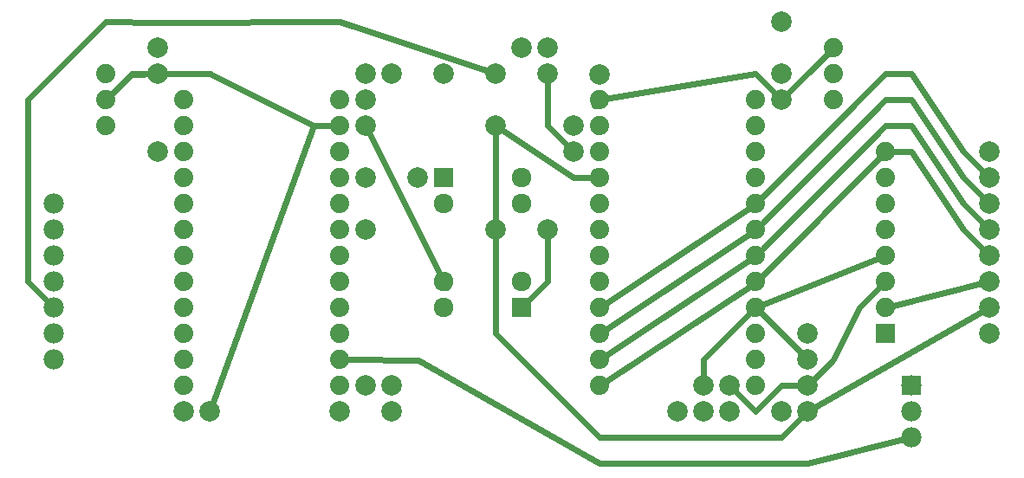
<source format=gbr>
G04*
G04 GERBER (RE)GENERATED BY FLATCAM v8.994 - www.flatcam.org - Version Date: 2020/11/7*
G04 Filename: PCB_PCB1_854475050_copperBottom.gbl_edit_3.GBR_1*
G04 Created on : Tuesday, 23 March 2021 at 19:21*
G04*
G04 RS-274X GERBER GENERATED BY FLATCAM v8.994 - www.flatcam.org - Version Date: 2020/11/7*
G04 Filename: PCB_PCB1_854475050_copperBottom.gbl_edit_3.GBR_1*
G04 Created on : Tuesday, 23 March 2021 at 19:20*
%FSLAX24Y24*%
%MOIN*%
%ADD10C,0.073999704000296*%
%ADD11C,0.077999688000312*%
%ADD12C,0.07566669733230266*%
%ADD13C,0.07569469722030278*%
%ADD14C,0.03936984252015748*%
%ADD15R,0.077999688000312X0.077999688000312*%
%ADD16R,0.07566669733230266X0.07566669733230266*%
%ADD17R,0.073999704000296X0.073999704000296*%
%ADD18C,0.023999904000096*%
%ADD22C,0.07873984252*%
%ADD25C,0.07873984252*%

G70*
G90*
G01*
%LPD*%
D10*
X22610Y15210D03*
X22610Y14210D03*
X22610Y13210D03*
X22610Y12210D03*
X22610Y11210D03*
X22610Y10210D03*
X22610Y09210D03*
X22610Y08210D03*
X22610Y07210D03*
X22610Y06210D03*
X22610Y05210D03*
X22610Y04210D03*
X28610Y04210D03*
X28610Y05210D03*
X28610Y06210D03*
X28610Y07210D03*
X28610Y08210D03*
X28610Y09210D03*
X28610Y10210D03*
X28610Y11210D03*
X28610Y12210D03*
X28610Y13210D03*
X28610Y14210D03*
X28610Y15210D03*
X22610Y15210D03*
X22610Y14210D03*
X22610Y13210D03*
X22610Y12210D03*
X22610Y11210D03*
X22610Y10210D03*
X22610Y09210D03*
X22610Y08210D03*
X22610Y07210D03*
X22610Y06210D03*
X22610Y05210D03*
X22610Y04210D03*
X28610Y04210D03*
X28610Y05210D03*
X28610Y06210D03*
X28610Y07210D03*
X28610Y08210D03*
X28610Y09210D03*
X28610Y10210D03*
X28610Y11210D03*
X28610Y12210D03*
X28610Y13210D03*
X28610Y14210D03*
X28610Y15210D03*
X03610Y14210D03*
X03610Y15210D03*
X03610Y16210D03*
X31610Y15210D03*
X31610Y16210D03*
X31610Y17210D03*
X06610Y15210D03*
X06610Y14210D03*
X06610Y13210D03*
X06610Y12210D03*
X06610Y11210D03*
X06610Y10210D03*
X06610Y09210D03*
X06610Y08210D03*
X06610Y07210D03*
X06610Y06210D03*
X06610Y05210D03*
X06610Y04210D03*
X12610Y04210D03*
X12610Y05210D03*
X12610Y06210D03*
X12610Y07210D03*
X12610Y08210D03*
X12610Y09210D03*
X12610Y10210D03*
X12610Y11210D03*
X12610Y12210D03*
X12610Y13210D03*
X12610Y14210D03*
X12610Y15210D03*
X06610Y15210D03*
X06610Y14210D03*
X06610Y13210D03*
X06610Y12210D03*
X06610Y11210D03*
X06610Y10210D03*
X06610Y09210D03*
X06610Y08210D03*
X06610Y07210D03*
X06610Y06210D03*
X06610Y05210D03*
X06610Y04210D03*
X12610Y04210D03*
X12610Y05210D03*
X12610Y06210D03*
X12610Y07210D03*
X12610Y08210D03*
X12610Y09210D03*
X12610Y10210D03*
X12610Y11210D03*
X12610Y12210D03*
X12610Y13210D03*
X12610Y14210D03*
X12610Y15210D03*
X33610Y07210D03*
X33610Y08210D03*
X33610Y09210D03*
X33610Y10210D03*
X33610Y11210D03*
X33610Y12210D03*
X33610Y13210D03*
X33610Y07210D03*
X33610Y08210D03*
X33610Y09210D03*
X33610Y10210D03*
X33610Y11210D03*
X33610Y12210D03*
X33610Y13210D03*
D11*
X01610Y05210D03*
X01610Y06210D03*
X01610Y07210D03*
X01610Y08210D03*
X01610Y09210D03*
X01610Y10210D03*
X01610Y11210D03*
X34610Y04210D03*
X34610Y03210D03*
X34610Y02210D03*
D12*
X19610Y07210D03*
X16620Y07210D03*
X16610Y12210D03*
X19600Y12210D03*
D13*
X19610Y08210D03*
X16610Y08210D03*
X16610Y11210D03*
X19610Y11210D03*
D14*
X15610Y12210D03*
X13610Y15210D03*
X05610Y13210D03*
X18610Y14220D03*
X13610Y14210D03*
X13610Y12210D03*
X07610Y03210D03*
X12610Y03210D03*
X06610Y03210D03*
X05610Y17210D03*
X13610Y04210D03*
X05610Y16210D03*
X21610Y13210D03*
X30610Y03210D03*
X29610Y03210D03*
X27610Y03210D03*
X30610Y06210D03*
X26610Y03210D03*
X25610Y03210D03*
X30610Y05210D03*
X30610Y04210D03*
X26610Y04210D03*
X27610Y04210D03*
X37610Y13210D03*
X37610Y07210D03*
X37610Y11210D03*
X37610Y10210D03*
X37610Y09210D03*
X37610Y06210D03*
X37610Y12210D03*
X37610Y08210D03*
X21610Y14210D03*
X20610Y10210D03*
X18610Y10210D03*
X13610Y10210D03*
X14610Y03210D03*
X14610Y04210D03*
X20610Y16210D03*
X14610Y16210D03*
X13610Y16210D03*
X19610Y17210D03*
X20610Y17210D03*
X16610Y16210D03*
X18610Y16210D03*
X29610Y16210D03*
X29610Y15210D03*
X29610Y18210D03*
X20617Y16210D03*
D15*
X34610Y04210D03*
D16*
X19610Y07210D03*
X16610Y12210D03*
D17*
X33610Y06210D03*
X33610Y06210D03*
D18*
X07610Y16200D02*
X05620Y16200D01*
X07610Y16200D03*
X11620Y14210D02*
X07610Y16200D01*
X12610Y14210D02*
X11620Y14210D01*
X05620Y16200D02*
X04620Y16190D01*
X04620Y16190D02*
X03830Y15420D01*
X30620Y01200D03*
X30620Y01200D02*
X22760Y01200D01*
X34320Y02130D02*
X30620Y01200D01*
X22620Y01200D02*
X15630Y05190D01*
X22760Y01200D02*
X22620Y01200D01*
X15630Y05190D02*
X12920Y05210D01*
X11620Y14210D02*
X12610Y14210D01*
X07680Y03390D02*
X11620Y14210D01*
X05620Y16200D02*
X04620Y16200D01*
X04620Y16200D02*
X03830Y15420D01*
X22610Y12210D02*
X22410Y12450D01*
X22610Y12210D03*
X18750Y14080D02*
X18620Y14200D01*
X18620Y14200D02*
X21610Y12210D01*
X21610Y12210D02*
X22610Y12210D01*
X18610Y14030D02*
X18610Y10400D01*
X20610Y10020D02*
X20620Y08200D01*
X20620Y08200D02*
X19810Y07400D01*
X13620Y14200D02*
X16620Y08200D01*
X16620Y08200D02*
X16750Y07960D01*
X13700Y14040D02*
X13620Y14200D01*
X36610Y13210D02*
X37600Y12200D01*
X34620Y16210D02*
X36610Y13210D01*
X33610Y16210D02*
X34620Y16210D01*
X32610Y15210D02*
X32620Y15210D01*
X28630Y11200D02*
X32610Y15210D01*
X32620Y15210D02*
X32620Y15200D01*
X32620Y15200D02*
X33610Y16210D01*
X22870Y07380D02*
X28630Y11200D01*
X31610Y05220D02*
X30630Y04200D01*
X29620Y04200D02*
X28620Y03200D01*
X28620Y03200D02*
X27620Y04210D01*
X30630Y04200D02*
X29620Y04200D01*
X32620Y07200D02*
X31610Y05220D01*
X33600Y08200D02*
X32620Y07200D01*
X33600Y08200D03*
X28620Y07200D02*
X33600Y09200D01*
X30630Y05200D02*
X28620Y07200D01*
X28620Y07200D02*
X30630Y05200D01*
X26610Y04400D02*
X26620Y05200D01*
X29610Y02210D02*
X22610Y02210D01*
X30620Y03220D02*
X29610Y02210D01*
X18600Y06220D02*
X18610Y10020D01*
X22610Y02210D02*
X18600Y06220D01*
X37610Y07200D02*
X30620Y03220D01*
X28610Y16200D02*
X29610Y15220D01*
X29610Y15220D02*
X29610Y15200D01*
X22610Y15200D02*
X28610Y16200D01*
X29610Y15200D02*
X30610Y16200D01*
X30610Y16200D02*
X31400Y16990D01*
X29610Y15200D03*
X22410Y14970D02*
X22610Y15200D01*
X36610Y10210D02*
X34620Y13200D01*
X37480Y09340D02*
X36610Y10210D01*
X34620Y13200D02*
X33610Y13200D01*
X28630Y08190D02*
X22870Y04380D01*
X33610Y13200D02*
X28630Y08190D01*
X34620Y15210D02*
X36610Y12220D01*
X36610Y12220D02*
X37480Y11340D01*
X33610Y15210D02*
X34620Y15210D01*
X28630Y10210D02*
X33610Y15210D01*
X22870Y06380D02*
X28630Y10210D01*
X36610Y11210D02*
X37480Y10340D01*
X34620Y14210D02*
X36610Y11210D01*
X33610Y14210D02*
X34620Y14210D01*
X28630Y09220D02*
X33610Y14210D01*
X22870Y05380D02*
X28630Y09220D01*
X33920Y07280D02*
X37430Y08160D01*
X03620Y18200D02*
X05630Y18190D01*
X00620Y15200D02*
X03620Y18200D01*
X12610Y18200D02*
X18430Y16270D01*
X05630Y18190D02*
X12610Y18200D01*
X00600Y08200D02*
X00620Y15200D01*
X01400Y07420D02*
X00600Y08200D01*
X20610Y16020D02*
X20610Y14210D01*
X20610Y14210D02*
X21480Y13340D01*
X29610Y15200D02*
X30610Y16200D01*
X30610Y16200D02*
X31400Y16990D01*
X29610Y15200D03*
X26620Y05200D02*
X28620Y07200D01*
X27620Y04210D03*
D22*
X22608Y16191D03*
D25*
X20617Y17218D03*
X20604Y16209D03*
X19618Y17209D03*
X18617Y16211D03*
X16611Y16213D03*
X21605Y14200D03*
X21605Y13214D03*
X18609Y14215D03*
X20609Y10207D03*
X18607Y10213D03*
X05608Y16208D03*
X05602Y17208D03*
X05614Y13215D03*
X37602Y13217D03*
X37602Y12206D03*
X37602Y11207D03*
X37610Y10213D03*
X37612Y09215D03*
X37611Y08209D03*
X37607Y07209D03*
X37610Y06207D03*
X29610Y18215D03*
X29610Y16210D03*
X29603Y15210D03*
X30610Y06214D03*
X30610Y05212D03*
X30611Y04211D03*
X30613Y03214D03*
X29615Y03211D03*
X27604Y03208D03*
X27610Y04214D03*
X26607Y04205D03*
X26611Y03205D03*
X25616Y03214D03*
X13611Y16206D03*
X14617Y16212D03*
X13612Y15210D03*
X13608Y14211D03*
X15613Y12211D03*
X13615Y12217D03*
X13611Y10212D03*
X14608Y04210D03*
X14614Y03212D03*
X13616Y04211D03*
X12609Y03211D03*
X07610Y03210D03*
X06611Y03209D03*
M02*

</source>
